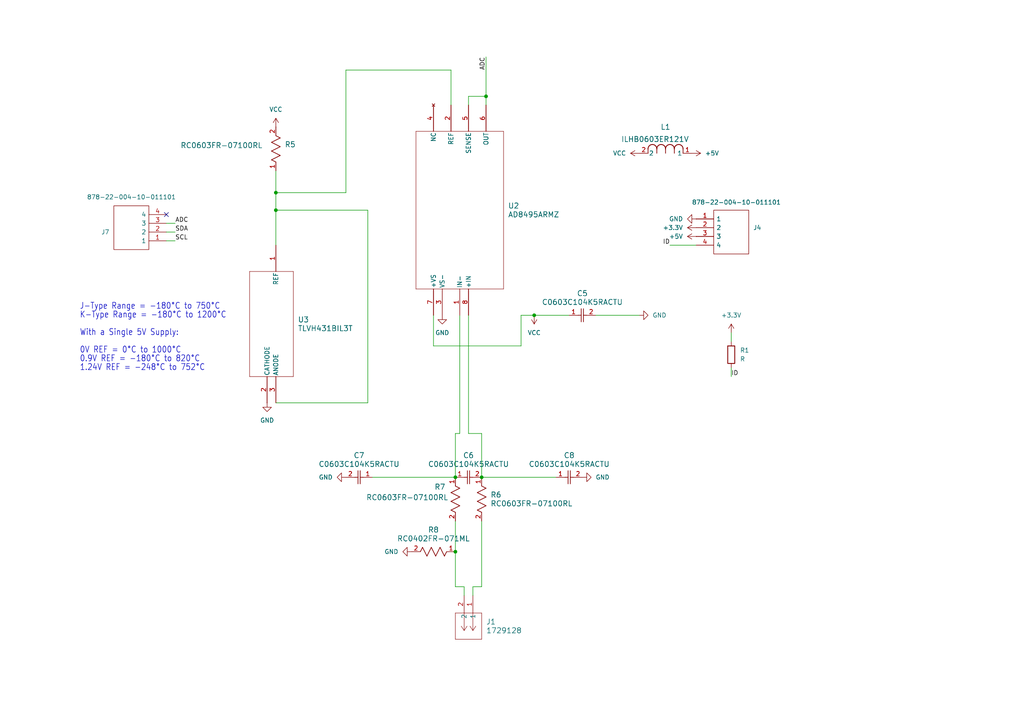
<source format=kicad_sch>
(kicad_sch (version 20250114) (generator "eeschema") (generator_version "9.0")
  (paper "A4")
  (lib_symbols
    (symbol "2026-01-23_05-00-35:AD8495ARMZ" (pin_names (offset 0.254))
      (property "Reference" "U" (at 30.48 10.16 0))
      (property "Value" "AD8495ARMZ" (at 30.48 7.62 0))
      (symbol "AD8495ARMZ_0_1"
        (polyline (pts (xy 7.62 5.08) (xy 7.62 -20.32)) (stroke (width 0.127)))
        (polyline (pts (xy 7.62 -20.32) (xy 53.34 -20.32)) (stroke (width 0.127)))
        (polyline (pts (xy 53.34 5.08) (xy 7.62 5.08)) (stroke (width 0.127)))
        (polyline (pts (xy 53.34 -20.32) (xy 53.34 5.08)) (stroke (width 0.127)))
        (pin power_in line (at 0 0 0) (length 7.62) (name "+VS") (number "7"))
        (pin power_in line (at 0 -2.54 0) (length 7.62) (name "VS-") (number "3"))
        (pin input line (at 0 -7.62 0) (length 7.62) (name "IN-") (number "1"))
        (pin input line (at 0 -10.16 0) (length 7.62) (name "+IN") (number "8"))
        (pin no_connect line (at 60.96 0 180) (length 7.62) (name "NC") (number "4"))
        (pin unspecified line (at 60.96 -5.08 180) (length 7.62) (name "REF") (number "2"))
        (pin unspecified line (at 60.96 -10.16 180) (length 7.62) (name "SENSE") (number "5"))
        (pin output line (at 60.96 -15.24 180) (length 7.62) (name "OUT") (number "6"))
      )
    )
    (symbol "2026-01-23_05-01-00:TLVH431BIL3T" (pin_names (offset 0.254))
      (property "Reference" "U" (at 22.86 10.16 0))
      (property "Value" "TLVH431BIL3T" (at 22.86 7.62 0))
      (symbol "TLVH431BIL3T_0_1"
        (polyline (pts (xy 7.62 5.08) (xy 7.62 -7.62)) (stroke (width 0.127)))
        (polyline (pts (xy 7.62 -7.62) (xy 38.1 -7.62)) (stroke (width 0.127)))
        (polyline (pts (xy 38.1 5.08) (xy 7.62 5.08)) (stroke (width 0.127)))
        (polyline (pts (xy 38.1 -7.62) (xy 38.1 5.08)) (stroke (width 0.127)))
        (pin unspecified line (at 0 0 0) (length 7.62) (name "REF") (number "1"))
        (pin unspecified line (at 45.72 0 180) (length 7.62) (name "ANODE") (number "3"))
        (pin unspecified line (at 45.72 -2.54 180) (length 7.62) (name "CATHODE") (number "2"))
      )
    )
    (symbol "2026-01-23_05-01-15:1729128" (pin_names (offset 0.254))
      (property "Reference" "J" (at 8.89 6.35 0))
      (property "Value" "1729128" (at 0 0 0))
      (symbol "1729128_1_1"
        (polyline (pts (xy 5.08 2.54) (xy 5.08 -5.08)) (stroke (width 0.127)))
        (polyline (pts (xy 5.08 -5.08) (xy 12.7 -5.08)) (stroke (width 0.127)))
        (polyline (pts (xy 10.16 0) (xy 5.08 0)) (stroke (width 0.127)))
        (polyline (pts (xy 10.16 0) (xy 8.89 0.8467)) (stroke (width 0.127)))
        (polyline (pts (xy 10.16 0) (xy 8.89 -0.8467)) (stroke (width 0.127)))
        (polyline (pts (xy 10.16 -2.54) (xy 5.08 -2.54)) (stroke (width 0.127)))
        (polyline (pts (xy 10.16 -2.54) (xy 8.89 -1.6933)) (stroke (width 0.127)))
        (polyline (pts (xy 10.16 -2.54) (xy 8.89 -3.3867)) (stroke (width 0.127)))
        (polyline (pts (xy 12.7 2.54) (xy 5.08 2.54)) (stroke (width 0.127)))
        (polyline (pts (xy 12.7 -5.08) (xy 12.7 2.54)) (stroke (width 0.127)))
        (pin unspecified line (at 0 0 0) (length 5.08) (name "1") (number "1"))
        (pin unspecified line (at 0 -2.54 0) (length 5.08) (name "2") (number "2"))
      )
      (symbol "1729128_1_2"
        (polyline (pts (xy 5.08 2.54) (xy 5.08 -5.08)) (stroke (width 0.127)))
        (polyline (pts (xy 5.08 -5.08) (xy 12.7 -5.08)) (stroke (width 0.127)))
        (polyline (pts (xy 7.62 0) (xy 5.08 0)) (stroke (width 0.127)))
        (polyline (pts (xy 7.62 0) (xy 8.89 0.8467)) (stroke (width 0.127)))
        (polyline (pts (xy 7.62 0) (xy 8.89 -0.8467)) (stroke (width 0.127)))
        (polyline (pts (xy 7.62 -2.54) (xy 5.08 -2.54)) (stroke (width 0.127)))
        (polyline (pts (xy 7.62 -2.54) (xy 8.89 -1.6933)) (stroke (width 0.127)))
        (polyline (pts (xy 7.62 -2.54) (xy 8.89 -3.3867)) (stroke (width 0.127)))
        (polyline (pts (xy 12.7 2.54) (xy 5.08 2.54)) (stroke (width 0.127)))
        (polyline (pts (xy 12.7 -5.08) (xy 12.7 2.54)) (stroke (width 0.127)))
        (pin unspecified line (at 0 0 0) (length 5.08) (name "1") (number "1"))
        (pin unspecified line (at 0 -2.54 0) (length 5.08) (name "2") (number "2"))
      )
    )
    (symbol "2026-01-23_05-01-38:ILHB0603ER121V" (pin_names (offset 0.254))
      (property "Reference" "L" (at 6.985 5.08 0))
      (property "Value" "ILHB0603ER121V" (at 6.985 -2.54 0))
      (symbol "ILHB0603ER121V_1_1"
        (polyline (pts (xy 2.54 0) (xy 2.54 1.27)) (stroke (width 0.2032)))
        (arc (start 2.54 1.27) (mid 3.81 2.5344) (end 5.08 1.27) (stroke (width 0.254)))
        (polyline (pts (xy 5.08 0) (xy 5.08 1.27)) (stroke (width 0.2032)))
        (arc (start 5.08 1.27) (mid 6.35 2.5344) (end 7.62 1.27) (stroke (width 0.254)))
        (polyline (pts (xy 7.62 0) (xy 7.62 1.27)) (stroke (width 0.2032)))
        (arc (start 7.62 1.27) (mid 8.89 2.5344) (end 10.16 1.27) (stroke (width 0.254)))
        (polyline (pts (xy 10.16 0) (xy 10.16 1.27)) (stroke (width 0.2032)))
        (arc (start 10.16 1.27) (mid 11.43 2.5344) (end 12.7 1.27) (stroke (width 0.254)))
        (polyline (pts (xy 12.7 0) (xy 12.7 1.27)) (stroke (width 0.2032)))
        (pin unspecified line (at 0 0 0) (length 2.54) (name "2") (number "2"))
        (pin unspecified line (at 15.24 0 180) (length 2.54) (name "1") (number "1"))
      )
      (symbol "ILHB0603ER121V_1_2"
        (arc (start -1.27 10.16) (mid -2.5344 11.43) (end -1.27 12.7) (stroke (width 0.254)))
        (arc (start -1.27 7.62) (mid -2.5344 8.89) (end -1.27 10.16) (stroke (width 0.254)))
        (arc (start -1.27 5.08) (mid -2.5344 6.35) (end -1.27 7.62) (stroke (width 0.254)))
        (arc (start -1.27 2.54) (mid -2.5344 3.81) (end -1.27 5.08) (stroke (width 0.254)))
        (polyline (pts (xy 0 12.7) (xy -1.27 12.7)) (stroke (width 0.2032)))
        (polyline (pts (xy 0 10.16) (xy -1.27 10.16)) (stroke (width 0.2032)))
        (polyline (pts (xy 0 7.62) (xy -1.27 7.62)) (stroke (width 0.2032)))
        (polyline (pts (xy 0 5.08) (xy -1.27 5.08)) (stroke (width 0.2032)))
        (polyline (pts (xy 0 2.54) (xy -1.27 2.54)) (stroke (width 0.2032)))
        (pin unspecified line (at 0 15.24 270) (length 2.54) (name "1") (number "1"))
        (pin unspecified line (at 0 0 90) (length 2.54) (name "2") (number "2"))
      )
    )
    (symbol "2026-01-23_05-30-51:C0603C104K5RACTU" (pin_names (offset 0.254))
      (property "Reference" "C" (at 3.81 3.81 0))
      (property "Value" "C0603C104K5RACTU" (at 3.81 -3.81 0))
      (symbol "C0603C104K5RACTU_1_1"
        (polyline (pts (xy 2.54 0) (xy 3.4798 0)) (stroke (width 0.2032)))
        (polyline (pts (xy 3.4798 -1.905) (xy 3.4798 1.905)) (stroke (width 0.2032)))
        (polyline (pts (xy 4.1148 0) (xy 5.08 0)) (stroke (width 0.2032)))
        (polyline (pts (xy 4.1148 -1.905) (xy 4.1148 1.905)) (stroke (width 0.2032)))
        (pin unspecified line (at 0 0 0) (length 2.54) (name "") (number "1"))
        (pin unspecified line (at 7.62 0 180) (length 2.54) (name "") (number "2"))
      )
      (symbol "C0603C104K5RACTU_1_2"
        (polyline (pts (xy -1.905 -3.4798) (xy 1.905 -3.4798)) (stroke (width 0.2032)))
        (polyline (pts (xy -1.905 -4.1148) (xy 1.905 -4.1148)) (stroke (width 0.2032)))
        (polyline (pts (xy 0 -2.54) (xy 0 -3.4798)) (stroke (width 0.2032)))
        (polyline (pts (xy 0 -4.1148) (xy 0 -5.08)) (stroke (width 0.2032)))
        (pin unspecified line (at 0 0 270) (length 2.54) (name "") (number "1"))
        (pin unspecified line (at 0 -7.62 90) (length 2.54) (name "") (number "2"))
      )
    )
    (symbol "2026-01-23_05-40-00:RC0603FR-07100RL" (pin_names (offset 0.254))
      (property "Reference" "R" (at 5.715 3.81 0))
      (property "Value" "RC0603FR-07100RL" (at 6.35 -3.81 0))
      (symbol "RC0603FR-07100RL_1_1"
        (polyline (pts (xy 2.54 0) (xy 3.175 1.27)) (stroke (width 0.2032)))
        (polyline (pts (xy 3.175 1.27) (xy 4.445 -1.27)) (stroke (width 0.2032)))
        (polyline (pts (xy 4.445 -1.27) (xy 5.715 1.27)) (stroke (width 0.2032)))
        (polyline (pts (xy 5.715 1.27) (xy 6.985 -1.27)) (stroke (width 0.2032)))
        (polyline (pts (xy 6.985 -1.27) (xy 8.255 1.27)) (stroke (width 0.2032)))
        (polyline (pts (xy 8.255 1.27) (xy 9.525 -1.27)) (stroke (width 0.2032)))
        (polyline (pts (xy 9.525 -1.27) (xy 10.16 0)) (stroke (width 0.2032)))
        (pin unspecified line (at 0 0 0) (length 2.54) (name "") (number "2"))
        (pin unspecified line (at 12.7 0 180) (length 2.54) (name "") (number "1"))
      )
      (symbol "RC0603FR-07100RL_1_2"
        (polyline (pts (xy -1.27 8.255) (xy 1.27 9.525)) (stroke (width 0.2032)))
        (polyline (pts (xy -1.27 5.715) (xy 1.27 6.985)) (stroke (width 0.2032)))
        (polyline (pts (xy -1.27 3.175) (xy 1.27 4.445)) (stroke (width 0.2032)))
        (polyline (pts (xy 0 2.54) (xy -1.27 3.175)) (stroke (width 0.2032)))
        (polyline (pts (xy 1.27 9.525) (xy 0 10.16)) (stroke (width 0.2032)))
        (polyline (pts (xy 1.27 6.985) (xy -1.27 8.255)) (stroke (width 0.2032)))
        (polyline (pts (xy 1.27 4.445) (xy -1.27 5.715)) (stroke (width 0.2032)))
        (pin unspecified line (at 0 12.7 270) (length 2.54) (name "") (number "1"))
        (pin unspecified line (at 0 0 90) (length 2.54) (name "") (number "2"))
      )
    )
    (symbol "2026-01-23_05-51-13:RC0402FR-071ML" (pin_names (offset 0.254))
      (property "Reference" "R" (at 5.715 3.81 0))
      (property "Value" "RC0402FR-071ML" (at 6.35 -3.81 0))
      (symbol "RC0402FR-071ML_1_1"
        (polyline (pts (xy 2.54 0) (xy 3.175 1.27)) (stroke (width 0.2032)))
        (polyline (pts (xy 3.175 1.27) (xy 4.445 -1.27)) (stroke (width 0.2032)))
        (polyline (pts (xy 4.445 -1.27) (xy 5.715 1.27)) (stroke (width 0.2032)))
        (polyline (pts (xy 5.715 1.27) (xy 6.985 -1.27)) (stroke (width 0.2032)))
        (polyline (pts (xy 6.985 -1.27) (xy 8.255 1.27)) (stroke (width 0.2032)))
        (polyline (pts (xy 8.255 1.27) (xy 9.525 -1.27)) (stroke (width 0.2032)))
        (polyline (pts (xy 9.525 -1.27) (xy 10.16 0)) (stroke (width 0.2032)))
        (pin unspecified line (at 0 0 0) (length 2.54) (name "") (number "2"))
        (pin unspecified line (at 12.7 0 180) (length 2.54) (name "") (number "1"))
      )
      (symbol "RC0402FR-071ML_1_2"
        (polyline (pts (xy -1.27 8.255) (xy 1.27 9.525)) (stroke (width 0.2032)))
        (polyline (pts (xy -1.27 5.715) (xy 1.27 6.985)) (stroke (width 0.2032)))
        (polyline (pts (xy -1.27 3.175) (xy 1.27 4.445)) (stroke (width 0.2032)))
        (polyline (pts (xy 0 2.54) (xy -1.27 3.175)) (stroke (width 0.2032)))
        (polyline (pts (xy 1.27 9.525) (xy 0 10.16)) (stroke (width 0.2032)))
        (polyline (pts (xy 1.27 6.985) (xy -1.27 8.255)) (stroke (width 0.2032)))
        (polyline (pts (xy 1.27 4.445) (xy -1.27 5.715)) (stroke (width 0.2032)))
        (pin unspecified line (at 0 12.7 270) (length 2.54) (name "") (number "1"))
        (pin unspecified line (at 0 0 90) (length 2.54) (name "") (number "2"))
      )
    )
    (symbol "878-22-004-10-011101:878-22-004-10-011101" (pin_names (offset 0.762))
      (property "Reference" "J" (at 16.51 7.62 0))
      (property "Value" "878-22-004-10-011101" (at 16.51 5.08 0))
      (symbol "878-22-004-10-011101_0_0"
        (pin passive line (at 0 0 0) (length 5.08) (name "1") (number "1"))
        (pin passive line (at 0 -2.54 0) (length 5.08) (name "2") (number "2"))
        (pin passive line (at 0 -5.08 0) (length 5.08) (name "3") (number "3"))
        (pin passive line (at 0 -7.62 0) (length 5.08) (name "4") (number "4"))
      )
      (symbol "878-22-004-10-011101_0_1"
        (polyline (pts (xy 5.08 2.54) (xy 15.24 2.54) (xy 15.24 -10.16) (xy 5.08 -10.16) (xy 5.08 2.54)) (stroke (width 0.1524)))
      )
    )
    (symbol "Device:R" (pin_numbers (hide yes)) (pin_names (offset 0))
      (property "Reference" "R" (at 2.032 0 90))
      (property "Value" "R" (at 0 0 90))
      (symbol "R_0_1"
        (rectangle (start -1.016 -2.54) (end 1.016 2.54) (stroke (width 0.254)))
      )
      (symbol "R_1_1"
        (pin passive line (at 0 3.81 270) (length 1.27) (name "~") (number "1"))
        (pin passive line (at 0 -3.81 90) (length 1.27) (name "~") (number "2"))
      )
    )
    (symbol "power:+3.3V" (power) (pin_numbers (hide yes)) (pin_names (offset 0) (hide yes))
      (property "Value" "+3.3V" (at 0 3.556 0))
      (symbol "+3.3V_0_1"
        (polyline (pts (xy -0.762 1.27) (xy 0 2.54)))
        (polyline (pts (xy 0 2.54) (xy 0.762 1.27)))
        (polyline (pts (xy 0 0) (xy 0 2.54)))
      )
      (symbol "+3.3V_1_1"
        (pin power_in line (at 0 0 90) (length 0) (name "~") (number "1"))
      )
    )
    (symbol "power:+5V" (power) (pin_numbers (hide yes)) (pin_names (offset 0) (hide yes))
      (property "Value" "+5V" (at 0 3.556 0))
      (symbol "+5V_0_1"
        (polyline (pts (xy -0.762 1.27) (xy 0 2.54)))
        (polyline (pts (xy 0 2.54) (xy 0.762 1.27)))
        (polyline (pts (xy 0 0) (xy 0 2.54)))
      )
      (symbol "+5V_1_1"
        (pin power_in line (at 0 0 90) (length 0) (name "~") (number "1"))
      )
    )
    (symbol "power:GND" (power) (pin_numbers (hide yes)) (pin_names (offset 0) (hide yes))
      (property "Value" "GND" (at 0 -3.81 0))
      (symbol "GND_0_1"
        (polyline (pts (xy 0 0) (xy 0 -1.27) (xy 1.27 -1.27) (xy 0 -2.54) (xy -1.27 -1.27) (xy 0 -1.27)))
      )
      (symbol "GND_1_1"
        (pin power_in line (at 0 0 270) (length 0) (name "~") (number "1"))
      )
    )
    (symbol "power:VCC" (power) (pin_numbers (hide yes)) (pin_names (offset 0) (hide yes))
      (property "Value" "VCC" (at 0 3.556 0))
      (symbol "VCC_0_1"
        (polyline (pts (xy -0.762 1.27) (xy 0 2.54)))
        (polyline (pts (xy 0 2.54) (xy 0.762 1.27)))
        (polyline (pts (xy 0 0) (xy 0 2.54)))
      )
      (symbol "VCC_1_1"
        (pin power_in line (at 0 0 90) (length 0) (name "~") (number "1"))
      )
    )
  )
  (text "1.24V REF = -248°C to 752°C" (at 23.114 107.696 0) (effects (font (size 1.778 1.5113)) (justify left bottom)))
  (text "With a Single 5V Supply:" (at 23.114 97.536 0) (effects (font (size 1.778 1.5113)) (justify left bottom)))
  (text "0.9V REF = -180°C to 820°C" (at 23.114 105.156 0) (effects (font (size 1.778 1.5113)) (justify left bottom)))
  (text "0V REF = 0°C to 1000°C" (at 23.114 102.616 0) (effects (font (size 1.778 1.5113)) (justify left bottom)))
  (text "J-Type Range = -180°C to 750°C" (at 23.114 89.916 0) (effects (font (size 1.778 1.5113)) (justify left bottom)))
  (text "K-Type Range = -180°C to 1200°C" (at 23.114 92.456 0) (effects (font (size 1.778 1.5113)) (justify left bottom)))
  (junction (at 132.08 138.43))
  (junction (at 80.01 60.96))
  (junction (at 132.08 160.02))
  (junction (at 139.7 138.43))
  (junction (at 140.97 27.94))
  (junction (at 154.94 91.44))
  (junction (at 80.01 55.88))
  (no_connect (at 48.26 62.23))
  (wire (pts (xy 139.7 170.18) (xy 137.16 170.18)))
  (wire (pts (xy 80.01 60.96) (xy 106.68 60.96)))
  (wire (pts (xy 139.7 138.43) (xy 161.29 138.43)))
  (wire (pts (xy 132.08 151.13) (xy 132.08 160.02)))
  (wire (pts (xy 132.08 170.18) (xy 134.62 170.18)))
  (wire (pts (xy 135.89 30.48) (xy 135.89 27.94)))
  (wire (pts (xy 140.97 16.51) (xy 140.97 27.94)))
  (wire (pts (xy 140.97 27.94) (xy 140.97 30.48)))
  (wire (pts (xy 80.01 49.53) (xy 80.01 55.88)))
  (wire (pts (xy 212.09 109.22) (xy 212.09 106.68)))
  (wire (pts (xy 212.09 96.52) (xy 212.09 99.06)))
  (wire (pts (xy 139.7 125.73) (xy 139.7 138.43)))
  (wire (pts (xy 172.72 91.44) (xy 185.42 91.44)))
  (wire (pts (xy 100.33 20.32) (xy 100.33 55.88)))
  (wire (pts (xy 100.33 55.88) (xy 80.01 55.88)))
  (wire (pts (xy 80.01 55.88) (xy 80.01 60.96)))
  (wire (pts (xy 133.35 91.44) (xy 133.35 125.73)))
  (wire (pts (xy 50.8 69.85) (xy 48.26 69.85)))
  (wire (pts (xy 134.62 170.18) (xy 134.62 172.72)))
  (wire (pts (xy 135.89 27.94) (xy 140.97 27.94)))
  (wire (pts (xy 80.01 60.96) (xy 80.01 71.12)))
  (wire (pts (xy 151.13 100.33) (xy 151.13 91.44)))
  (wire (pts (xy 130.81 30.48) (xy 130.81 20.32)))
  (wire (pts (xy 135.89 91.44) (xy 135.89 125.73)))
  (wire (pts (xy 133.35 125.73) (xy 132.08 125.73)))
  (wire (pts (xy 137.16 170.18) (xy 137.16 172.72)))
  (wire (pts (xy 194.31 71.12) (xy 201.93 71.12)))
  (wire (pts (xy 135.89 125.73) (xy 139.7 125.73)))
  (wire (pts (xy 132.08 125.73) (xy 132.08 138.43)))
  (wire (pts (xy 154.94 91.44) (xy 165.1 91.44)))
  (wire (pts (xy 130.81 20.32) (xy 100.33 20.32)))
  (wire (pts (xy 151.13 91.44) (xy 154.94 91.44)))
  (wire (pts (xy 48.26 67.31) (xy 50.8 67.31)))
  (wire (pts (xy 50.8 64.77) (xy 48.26 64.77)))
  (wire (pts (xy 139.7 151.13) (xy 139.7 170.18)))
  (wire (pts (xy 125.73 91.44) (xy 125.73 100.33)))
  (wire (pts (xy 107.95 138.43) (xy 132.08 138.43)))
  (wire (pts (xy 125.73 100.33) (xy 151.13 100.33)))
  (wire (pts (xy 132.08 160.02) (xy 132.08 170.18)))
  (wire (pts (xy 106.68 116.84) (xy 106.68 60.96)))
  (wire (pts (xy 80.01 116.84) (xy 106.68 116.84)))
  (label "ADC" (at 50.8 64.77 0))
  (label "SDA" (at 50.8 67.31 0))
  (label "ADC" (at 140.97 16.51 270))
  (label "SCL" (at 50.8 69.85 0))
  (label "ID" (at 194.31 71.12 180))
  (label "ID" (at 212.09 109.22 0))
  (symbol (lib_id "power:GND") (at 168.91 138.43 90) (unit 1)
    (property "Reference" "#PWR08" (effects (hide yes)))
    (property "Value" "GND" (at 172.72 138.4299 90) (effects (justify right)))
    (property "Description" "Power symbol creates a global label with name \"GND\" , ground" (effects (hide yes)))
  )
  (symbol (lib_id "power:GND") (at 201.93 63.5 270) (unit 1)
    (property "Reference" "#PWR01" (effects (hide yes)))
    (property "Value" "GND" (at 198.12 63.4999 90) (effects (justify right)))
    (property "Description" "Power symbol creates a global label with name \"GND\" , ground" (effects (hide yes)))
  )
  (symbol (lib_id "2026-01-23_05-01-00:TLVH431BIL3T") (at 80.01 71.12 270) (unit 1)
    (property "Reference" "U3" (at 86.36 92.7099 90) (effects (font (size 1.524 1.524)) (justify left)))
    (property "Value" "TLVH431BIL3T" (at 86.36 95.2499 90) (effects (font (size 1.524 1.524)) (justify left)))
    (property "Footprint" "BOREALIS:SOT23-3-L_3p04x1p4x1p9_STM" (effects (hide yes)))
    (property "Datasheet" "https://www.st.com/resource/en/datasheet/tlvh431.pdf" (effects (hide yes)))
  )
  (symbol (lib_id "878-22-004-10-011101:878-22-004-10-011101") (at 201.93 63.5 0) (unit 1)
    (property "Reference" "J4" (at 218.44 66.0399 0) (effects (justify left)))
    (property "Value" "878-22-004-10-011101" (at 200.66 58.674 0) (effects (justify left)))
    (property "Footprint" "BOREALIS:8782200410011101" (effects (hide yes)))
    (property "Datasheet" "https://www.mill-max.com/products/spring-loaded/slc-pin-header-strip/878-xx-xxx-10-011101/878-22-004-10-011101?s_term=878-22-004-10-011101&s_type=Quick/Product/Part%20Number%20Search" (effects (hide yes)))
    (property "Description" "Headers & Wire Housings Magnetic Spring-Loaded Pin Header Strip 4 Pins" (effects (hide yes)))
    (property "Description_1" "Headers & Wire Housings Magnetic Spring-Loaded Pin Header Strip 4 Pins" (effects (hide yes)))
    (property "Height" "9.6" (effects (hide yes)))
    (property "Mouser Part Number" "575-8782200410010000" (effects (hide yes)))
    (property "Mouser Price/Stock" "https://www.mouser.co.uk/ProductDetail/Mill-Max/878-22-004-10-011101?qs=t7xnP681wgWdOYPvR3%252B%2FbA%3D%3D" (effects (hide yes)))
    (property "Manufacturer_Name" "Mill-Max" (effects (hide yes)))
    (property "Manufacturer_Part_Number" "878-22-004-10-011101" (effects (hide yes)))
  )
  (symbol (lib_id "2026-01-23_05-01-38:ILHB0603ER121V") (at 185.42 44.45 0) (unit 1)
    (property "Reference" "L1" (at 193.04 36.83 0) (effects (font (size 1.524 1.524))))
    (property "Value" "ILHB0603ER121V" (at 189.992 40.386 0) (effects (font (size 1.524 1.524))))
    (property "Footprint" "BOREALIS:IND_VISHAY_ILHB0603_VIS" (effects (hide yes)))
    (property "Datasheet" "https://www.vishay.com/doc?34102" (effects (hide yes)))
  )
  (symbol (lib_id "2026-01-23_05-40-00:RC0603FR-07100RL") (at 80.01 36.83 270) (unit 1)
    (property "Reference" "R5" (at 82.55 41.9099 90) (effects (font (size 1.524 1.524)) (justify left)))
    (property "Value" "RC0603FR-07100RL" (at 52.324 42.164 90) (effects (font (size 1.524 1.524)) (justify left)))
    (property "Footprint" "BOREALIS:RC0603N_YAG" (effects (hide yes)))
    (property "Datasheet" "RC0603FR-07100RL" (effects (hide yes)))
  )
  (symbol (lib_id "power:GND") (at 185.42 91.44 90) (unit 1)
    (property "Reference" "#PWR06" (effects (hide yes)))
    (property "Value" "GND" (at 189.23 91.4399 90) (effects (justify right)))
    (property "Description" "Power symbol creates a global label with name \"GND\" , ground" (effects (hide yes)))
  )
  (symbol (lib_id "2026-01-23_05-00-35:AD8495ARMZ") (at 125.73 91.44 90) (unit 1)
    (property "Reference" "U2" (at 147.32 59.6899 90) (effects (font (size 1.524 1.524)) (justify right)))
    (property "Value" "AD8495ARMZ" (at 147.32 62.2299 90) (effects (font (size 1.524 1.524)) (justify right)))
    (property "Footprint" "BOREALIS:RM_8_ADI" (effects (hide yes)))
    (property "Datasheet" "https://www.analog.com/media/en/technical-documentation/data-sheets/ad8494_8495_8496_8497.pdf" (effects (hide yes)))
  )
  (symbol (lib_id "power:GND") (at 119.38 160.02 270) (unit 1)
    (property "Reference" "#PWR012" (effects (hide yes)))
    (property "Value" "GND" (at 115.57 160.0199 90) (effects (justify right)))
    (property "Description" "Power symbol creates a global label with name \"GND\" , ground" (effects (hide yes)))
  )
  (symbol (lib_id "power:VCC") (at 154.94 91.44 180) (unit 1)
    (property "Reference" "#PWR05" (effects (hide yes)))
    (property "Value" "VCC" (at 154.94 96.52 0))
    (property "Description" "Power symbol creates a global label with name \"VCC\"" (effects (hide yes)))
  )
  (symbol (lib_id "power:GND") (at 77.47 116.84 0) (unit 1)
    (property "Reference" "#PWR07" (effects (hide yes)))
    (property "Value" "GND" (at 77.47 121.92 0))
    (property "Description" "Power symbol creates a global label with name \"GND\" , ground" (effects (hide yes)))
  )
  (symbol (lib_id "2026-01-23_05-30-51:C0603C104K5RACTU") (at 107.95 138.43 180) (unit 1)
    (property "Reference" "C7" (at 104.14 132.08 0) (effects (font (size 1.524 1.524))))
    (property "Value" "C0603C104K5RACTU" (at 104.14 134.62 0) (effects (font (size 1.524 1.524))))
    (property "Footprint" "BOREALIS:CAPC17595_95N_KEM" (effects (hide yes)))
    (property "Datasheet" "https://content.kemet.com/datasheets/KEM_C1002_X7R_SMD.pdf" (effects (hide yes)))
  )
  (symbol (lib_id "2026-01-23_05-51-13:RC0402FR-071ML") (at 119.38 160.02 0) (unit 1)
    (property "Reference" "R8" (at 125.73 153.67 0) (effects (font (size 1.524 1.524))))
    (property "Value" "RC0402FR-071ML" (at 125.73 156.21 0) (effects (font (size 1.524 1.524))))
    (property "Footprint" "BOREALIS:RC0402N_YAG" (effects (hide yes)))
    (property "Datasheet" "RC0402FR-071ML" (effects (hide yes)))
  )
  (symbol (lib_id "2026-01-23_05-30-51:C0603C104K5RACTU") (at 165.1 91.44 0) (unit 1)
    (property "Reference" "C5" (at 168.91 85.09 0) (effects (font (size 1.524 1.524))))
    (property "Value" "C0603C104K5RACTU" (at 168.91 87.63 0) (effects (font (size 1.524 1.524))))
    (property "Footprint" "BOREALIS:CAPC17595_95N_KEM" (effects (hide yes)))
    (property "Datasheet" "https://content.kemet.com/datasheets/KEM_C1002_X7R_SMD.pdf" (effects (hide yes)))
  )
  (symbol (lib_id "2026-01-23_05-40-00:RC0603FR-07100RL") (at 139.7 151.13 90) (unit 1)
    (property "Reference" "R6" (at 142.24 143.5099 90) (effects (font (size 1.524 1.524)) (justify right)))
    (property "Value" "RC0603FR-07100RL" (at 142.24 146.0499 90) (effects (font (size 1.524 1.524)) (justify right)))
    (property "Footprint" "BOREALIS:RC0603N_YAG" (effects (hide yes)))
    (property "Datasheet" "RC0603FR-07100RL" (effects (hide yes)))
  )
  (symbol (lib_id "power:+3.3V") (at 201.93 66.04 90) (unit 1)
    (property "Reference" "#PWR010" (effects (hide yes)))
    (property "Value" "+3.3V" (at 198.12 66.0399 90) (effects (justify left)))
    (property "Description" "Power symbol creates a global label with name \"+3.3V\"" (effects (hide yes)))
  )
  (symbol (lib_id "power:VCC") (at 185.42 44.45 90) (unit 1)
    (property "Reference" "#PWR04" (effects (hide yes)))
    (property "Value" "VCC" (at 181.61 44.4499 90) (effects (justify left)))
    (property "Description" "Power symbol creates a global label with name \"VCC\"" (effects (hide yes)))
  )
  (symbol (lib_id "power:VCC") (at 80.01 36.83 0) (unit 1)
    (property "Reference" "#PWR09" (effects (hide yes)))
    (property "Value" "VCC" (at 80.01 31.75 0))
    (property "Description" "Power symbol creates a global label with name \"VCC\"" (effects (hide yes)))
  )
  (symbol (lib_id "power:+3.3V") (at 212.09 96.52 0) (unit 1)
    (property "Reference" "#PWR013" (effects (hide yes)))
    (property "Value" "+3.3V" (at 212.09 91.44 0))
    (property "Description" "Power symbol creates a global label with name \"+3.3V\"" (effects (hide yes)))
  )
  (symbol (lib_id "power:+5V") (at 200.66 44.45 270) (unit 1)
    (property "Reference" "#PWR03" (effects (hide yes)))
    (property "Value" "+5V" (at 204.47 44.4499 90) (effects (justify left)))
    (property "Description" "Power symbol creates a global label with name \"+5V\"" (effects (hide yes)))
  )
  (symbol (lib_id "power:GND") (at 128.27 91.44 0) (unit 1)
    (property "Reference" "#PWR02" (effects (hide yes)))
    (property "Value" "GND" (at 128.27 96.52 0))
    (property "Description" "Power symbol creates a global label with name \"GND\" , ground" (effects (hide yes)))
  )
  (symbol (lib_id "power:+5V") (at 201.93 68.58 90) (unit 1)
    (property "Reference" "#PWR016" (effects (hide yes)))
    (property "Value" "+5V" (at 198.12 68.5799 90) (effects (justify left)))
    (property "Description" "Power symbol creates a global label with name \"+5V\"" (effects (hide yes)))
  )
  (symbol (lib_id "2026-01-23_05-40-00:RC0603FR-07100RL") (at 132.08 151.13 90) (unit 1)
    (property "Reference" "R7" (at 125.984 141.224 90) (effects (font (size 1.524 1.524)) (justify right)))
    (property "Value" "RC0603FR-07100RL" (at 106.172 144.272 90) (effects (font (size 1.524 1.524)) (justify right)))
    (property "Footprint" "BOREALIS:RC0603N_YAG" (effects (hide yes)))
    (property "Datasheet" "RC0603FR-07100RL" (effects (hide yes)))
  )
  (symbol (lib_id "2026-01-23_05-01-15:1729128") (at 137.16 172.72 270) (unit 1)
    (property "Reference" "J1" (at 140.97 180.3399 90) (effects (font (size 1.524 1.524)) (justify left)))
    (property "Value" "1729128" (at 140.97 182.8799 90) (effects (font (size 1.524 1.524)) (justify left)))
    (property "Footprint" "BOREALIS:CONN_1729128_PXC" (effects (hide yes)))
    (property "Datasheet" "1729128" (effects (hide yes)))
  )
  (symbol (lib_id "878-22-004-10-011101:878-22-004-10-011101") (at 48.26 69.85 180) (unit 1)
    (property "Reference" "J7" (at 31.75 67.3101 0) (effects (justify left)))
    (property "Value" "878-22-004-10-011101" (at 51.054 57.15 0) (effects (justify left)))
    (property "Footprint" "BOREALIS:8782200410011101" (effects (hide yes)))
    (property "Datasheet" "https://www.mill-max.com/products/spring-loaded/slc-pin-header-strip/878-xx-xxx-10-011101/878-22-004-10-011101?s_term=878-22-004-10-011101&s_type=Quick/Product/Part%20Number%20Search" (effects (hide yes)))
    (property "Description" "Headers & Wire Housings Magnetic Spring-Loaded Pin Header Strip 4 Pins" (effects (hide yes)))
    (property "Description_1" "Headers & Wire Housings Magnetic Spring-Loaded Pin Header Strip 4 Pins" (effects (hide yes)))
    (property "Height" "9.6" (effects (hide yes)))
    (property "Mouser Part Number" "575-8782200410010000" (effects (hide yes)))
    (property "Mouser Price/Stock" "https://www.mouser.co.uk/ProductDetail/Mill-Max/878-22-004-10-011101?qs=t7xnP681wgWdOYPvR3%252B%2FbA%3D%3D" (effects (hide yes)))
    (property "Manufacturer_Name" "Mill-Max" (effects (hide yes)))
    (property "Manufacturer_Part_Number" "878-22-004-10-011101" (effects (hide yes)))
  )
  (symbol (lib_id "2026-01-23_05-30-51:C0603C104K5RACTU") (at 161.29 138.43 0) (unit 1)
    (property "Reference" "C8" (at 165.1 132.08 0) (effects (font (size 1.524 1.524))))
    (property "Value" "C0603C104K5RACTU" (at 165.1 134.62 0) (effects (font (size 1.524 1.524))))
    (property "Footprint" "BOREALIS:CAPC17595_95N_KEM" (effects (hide yes)))
    (property "Datasheet" "https://content.kemet.com/datasheets/KEM_C1002_X7R_SMD.pdf" (effects (hide yes)))
  )
  (symbol (lib_id "power:GND") (at 100.33 138.43 270) (unit 1)
    (property "Reference" "#PWR011" (effects (hide yes)))
    (property "Value" "GND" (at 96.52 138.4299 90) (effects (justify right)))
    (property "Description" "Power symbol creates a global label with name \"GND\" , ground" (effects (hide yes)))
  )
  (symbol (lib_id "Device:R") (at 212.09 102.87 0) (unit 1)
    (property "Reference" "R1" (at 214.63 101.5999 0) (effects (justify left)))
    (property "Value" "R" (at 214.63 104.1399 0) (effects (justify left)))
    (property "Footprint" "Resistor_SMD:R_0805_2012Metric" (effects (hide yes)))
    (property "Description" "Resistor" (effects (hide yes)))
  )
  (symbol (lib_id "2026-01-23_05-30-51:C0603C104K5RACTU") (at 132.08 138.43 0) (unit 1)
    (property "Reference" "C6" (at 135.89 132.08 0) (effects (font (size 1.524 1.524))))
    (property "Value" "C0603C104K5RACTU" (at 135.89 134.62 0) (effects (font (size 1.524 1.524))))
    (property "Footprint" "BOREALIS:CAPC17595_95N_KEM" (effects (hide yes)))
    (property "Datasheet" "https://content.kemet.com/datasheets/KEM_C1002_X7R_SMD.pdf" (effects (hide yes)))
  )
)
</source>
